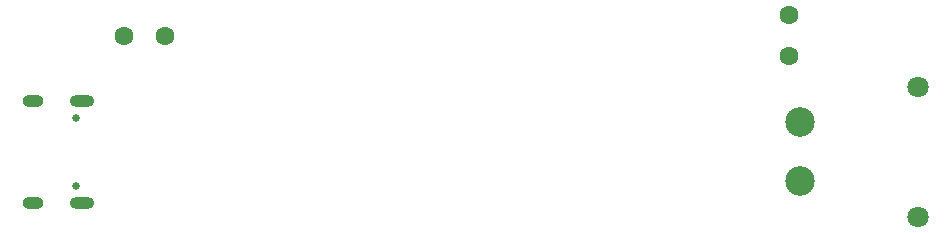
<source format=gbs>
%TF.GenerationSoftware,KiCad,Pcbnew,9.0.6*%
%TF.CreationDate,2025-12-05T19:38:53+01:00*%
%TF.ProjectId,PowerPack,506f7765-7250-4616-936b-2e6b69636164,rev?*%
%TF.SameCoordinates,Original*%
%TF.FileFunction,Soldermask,Bot*%
%TF.FilePolarity,Negative*%
%FSLAX46Y46*%
G04 Gerber Fmt 4.6, Leading zero omitted, Abs format (unit mm)*
G04 Created by KiCad (PCBNEW 9.0.6) date 2025-12-05 19:38:53*
%MOMM*%
%LPD*%
G01*
G04 APERTURE LIST*
%ADD10C,2.500000*%
%ADD11C,1.800000*%
%ADD12C,1.600000*%
%ADD13C,0.650000*%
%ADD14O,2.100000X1.000000*%
%ADD15O,1.800000X1.000000*%
G04 APERTURE END LIST*
D10*
%TO.C,CN1*%
X166400000Y-98000000D03*
X166400000Y-93000000D03*
D11*
X176400000Y-90000000D03*
X176400000Y-101000000D03*
%TD*%
D12*
%TO.C,CL1*%
X112650000Y-85700000D03*
X109150000Y-85700000D03*
%TD*%
D13*
%TO.C,USB1*%
X105150000Y-92610000D03*
X105150000Y-98390000D03*
D14*
X105650000Y-91180000D03*
X105650000Y-99820000D03*
D15*
X101500000Y-91180000D03*
X101500000Y-99820000D03*
%TD*%
D12*
%TO.C,CR1*%
X165500000Y-87410000D03*
X165500000Y-83910000D03*
%TD*%
M02*

</source>
